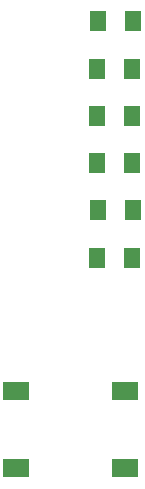
<source format=gbr>
%TF.GenerationSoftware,KiCad,Pcbnew,9.0.0*%
%TF.CreationDate,2025-07-15T20:53:44+01:00*%
%TF.ProjectId,debug,64656275-672e-46b6-9963-61645f706362,rev?*%
%TF.SameCoordinates,Original*%
%TF.FileFunction,Paste,Top*%
%TF.FilePolarity,Positive*%
%FSLAX46Y46*%
G04 Gerber Fmt 4.6, Leading zero omitted, Abs format (unit mm)*
G04 Created by KiCad (PCBNEW 9.0.0) date 2025-07-15 20:53:44*
%MOMM*%
%LPD*%
G01*
G04 APERTURE LIST*
G04 Aperture macros list*
%AMRoundRect*
0 Rectangle with rounded corners*
0 $1 Rounding radius*
0 $2 $3 $4 $5 $6 $7 $8 $9 X,Y pos of 4 corners*
0 Add a 4 corners polygon primitive as box body*
4,1,4,$2,$3,$4,$5,$6,$7,$8,$9,$2,$3,0*
0 Add four circle primitives for the rounded corners*
1,1,$1+$1,$2,$3*
1,1,$1+$1,$4,$5*
1,1,$1+$1,$6,$7*
1,1,$1+$1,$8,$9*
0 Add four rect primitives between the rounded corners*
20,1,$1+$1,$2,$3,$4,$5,0*
20,1,$1+$1,$4,$5,$6,$7,0*
20,1,$1+$1,$6,$7,$8,$9,0*
20,1,$1+$1,$8,$9,$2,$3,0*%
G04 Aperture macros list end*
%ADD10RoundRect,0.250001X-0.462499X-0.624999X0.462499X-0.624999X0.462499X0.624999X-0.462499X0.624999X0*%
%ADD11R,2.180000X1.600000*%
G04 APERTURE END LIST*
D10*
%TO.C,D2*%
X184620000Y-93200000D03*
X187595000Y-93200000D03*
%TD*%
%TO.C,D6*%
X184595000Y-109200000D03*
X187570000Y-109200000D03*
%TD*%
%TO.C,D3*%
X184620000Y-97200000D03*
X187595000Y-97200000D03*
%TD*%
D11*
%TO.C,SW2*%
X177800000Y-120520000D03*
X186980000Y-120520000D03*
%TD*%
D10*
%TO.C,PWR1*%
X184720000Y-89200000D03*
X187695000Y-89200000D03*
%TD*%
D11*
%TO.C,RST1*%
X177800000Y-127000000D03*
X186980000Y-127000000D03*
%TD*%
D10*
%TO.C,D5*%
X184695000Y-105200000D03*
X187670000Y-105200000D03*
%TD*%
%TO.C,PWM1*%
X184620000Y-101200000D03*
X187595000Y-101200000D03*
%TD*%
M02*

</source>
